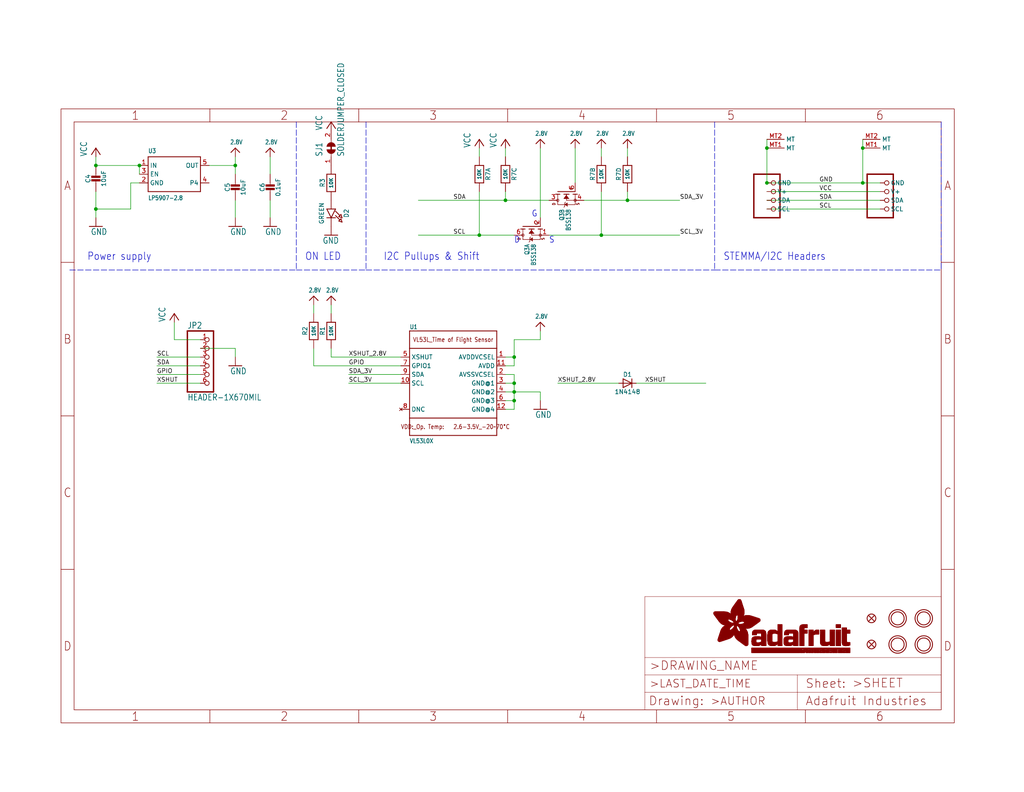
<source format=kicad_sch>
(kicad_sch (version 20211123) (generator eeschema)
  (paper "User" 298.45 231.013)
  (lib_symbols
    (symbol "eagleSchem-eagle-import:2.8V" (power)
      (property "Value" "2.8V" (at -1.524 1.016 0))
      (symbol "2.8V_1_0"
        (pin power_in line (at 0 -2.54 90) (length 2.54) (name "2.8V") (number "1"))
      )
    )
    (symbol "eagleSchem-eagle-import:CAP_CERAMIC0603_NO"
      (property "Reference" "C" (at -2.29 1.25 90))
      (property "Value" "CAP_CERAMIC0603_NO" (at 2.3 1.25 90))
      (symbol "CAP_CERAMIC0603_NO_1_0"
        (pin passive line (at 0 5.08 270) (length 2.54) (name "1") (number "1"))
        (pin passive line (at 0 -2.54 90) (length 2.54) (name "2") (number "2"))
      )
    )
    (symbol "eagleSchem-eagle-import:CAP_CERAMIC0805-NOOUTLINE"
      (property "Reference" "C" (at -2.29 1.25 90))
      (property "Value" "CAP_CERAMIC0805-NOOUTLINE" (at 2.3 1.25 90))
      (symbol "CAP_CERAMIC0805-NOOUTLINE_1_0"
        (pin passive line (at 0 5.08 270) (length 2.54) (name "1") (number "1"))
        (pin passive line (at 0 -2.54 90) (length 2.54) (name "2") (number "2"))
      )
    )
    (symbol "eagleSchem-eagle-import:DIODESOD-323"
      (property "Reference" "D" (at 0 2.54 0))
      (property "Value" "DIODESOD-323" (at 0 -2.5 0))
      (symbol "DIODESOD-323_1_0"
        (pin passive line (at -2.54 0 0) (length 2.54) (name "A") (number "A"))
        (pin passive line (at 2.54 0 180) (length 2.54) (name "C") (number "C"))
      )
    )
    (symbol "eagleSchem-eagle-import:FIDUCIAL_1MM")
    (symbol "eagleSchem-eagle-import:FRAME_A4_ADAFRUIT"
      (symbol "FRAME_A4_ADAFRUIT_0_0"
        (text "1" (at 21.6958 1.905 0) (effects (font (size 2.54 2.286))))
        (text "1" (at 21.6958 177.165 0) (effects (font (size 2.54 2.286))))
        (text "2" (at 65.0875 1.905 0) (effects (font (size 2.54 2.286))))
        (text "2" (at 65.0875 177.165 0) (effects (font (size 2.54 2.286))))
        (text "3" (at 108.4792 1.905 0) (effects (font (size 2.54 2.286))))
        (text "3" (at 108.4792 177.165 0) (effects (font (size 2.54 2.286))))
        (text "4" (at 151.8708 1.905 0) (effects (font (size 2.54 2.286))))
        (text "4" (at 151.8708 177.165 0) (effects (font (size 2.54 2.286))))
        (text "5" (at 195.2625 1.905 0) (effects (font (size 2.54 2.286))))
        (text "5" (at 195.2625 177.165 0) (effects (font (size 2.54 2.286))))
        (text "6" (at 238.6542 1.905 0) (effects (font (size 2.54 2.286))))
        (text "6" (at 238.6542 177.165 0) (effects (font (size 2.54 2.286))))
        (text "A" (at 1.905 156.6863 0) (effects (font (size 2.54 2.286))))
        (text "A" (at 258.445 156.6863 0) (effects (font (size 2.54 2.286))))
        (text "B" (at 1.905 111.9188 0) (effects (font (size 2.54 2.286))))
        (text "B" (at 258.445 111.9188 0) (effects (font (size 2.54 2.286))))
        (text "C" (at 1.905 67.1513 0) (effects (font (size 2.54 2.286))))
        (text "C" (at 258.445 67.1513 0) (effects (font (size 2.54 2.286))))
        (text "D" (at 1.905 22.3838 0) (effects (font (size 2.54 2.286))))
        (text "D" (at 258.445 22.3838 0) (effects (font (size 2.54 2.286))))
      )
      (symbol "FRAME_A4_ADAFRUIT_1_0"
        (text ">AUTHOR" (at 189.23 5.08 0) (effects (font (size 2.286 2.286)) (justify left bottom)))
        (text ">DRAWING_NAME" (at 171.45 15.24 0) (effects (font (size 2.54 2.54)) (justify left bottom)))
        (text ">LAST_DATE_TIME" (at 171.45 10.16 0) (effects (font (size 2.286 2.286)) (justify left bottom)))
        (text ">SHEET" (at 230.505 10.16 0) (effects (font (size 2.54 2.54)) (justify left bottom)))
        (text "Adafruit Industries" (at 216.916 4.953 0) (effects (font (size 2.54 2.54)) (justify left bottom)))
        (text "Drawing:" (at 171.196 4.953 0) (effects (font (size 2.54 2.54)) (justify left bottom)))
        (text "Sheet:" (at 216.916 10.033 0) (effects (font (size 2.54 2.54)) (justify left bottom)))
      )
    )
    (symbol "eagleSchem-eagle-import:GND" (power)
      (property "Value" "GND" (at -2.54 -2.54 0))
      (symbol "GND_1_0"
        (pin power_in line (at 0 2.54 270) (length 2.54) (name "GND") (number "1"))
      )
    )
    (symbol "eagleSchem-eagle-import:HEADER-1X670MIL"
      (property "Reference" "JP" (at -6.35 10.795 0))
      (property "Value" "HEADER-1X670MIL" (at -6.35 -10.16 0))
      (symbol "HEADER-1X670MIL_1_0"
        (pin passive inverted (at -2.54 7.62 0) (length 2.54) (name "1") (number "1"))
        (pin passive inverted (at -2.54 5.08 0) (length 2.54) (name "2") (number "2"))
        (pin passive inverted (at -2.54 2.54 0) (length 2.54) (name "3") (number "3"))
        (pin passive inverted (at -2.54 0 0) (length 2.54) (name "4") (number "4"))
        (pin passive inverted (at -2.54 -2.54 0) (length 2.54) (name "5") (number "5"))
        (pin passive inverted (at -2.54 -5.08 0) (length 2.54) (name "6") (number "6"))
      )
    )
    (symbol "eagleSchem-eagle-import:LED0603_NOOUTLINE"
      (property "Reference" "D" (at -1.27 4.445 0))
      (property "Value" "LED0603_NOOUTLINE" (at -1.27 -2.794 0))
      (symbol "LED0603_NOOUTLINE_1_0"
        (pin passive line (at -5.08 0 0) (length 2.54) (name "A") (number "A"))
        (pin passive line (at 2.54 0 180) (length 2.54) (name "C") (number "C"))
      )
    )
    (symbol "eagleSchem-eagle-import:MOSFET-N_DUAL"
      (property "Reference" "Q" (at 5.08 0.635 0))
      (property "Value" "MOSFET-N_DUAL" (at 5.08 -1.27 0))
      (symbol "MOSFET-N_DUAL_1_0"
        (text "D" (at 3.175 3.175 0) (effects (font (size 0.8128 0.6908)) (justify left bottom)))
        (text "G" (at -1.27 -1.905 0) (effects (font (size 0.8128 0.6908)) (justify left bottom)))
        (text "S" (at 3.175 -3.81 0) (effects (font (size 0.8128 0.6908)) (justify left bottom)))
        (pin bidirectional line (at 2.54 -5.08 90) (length 2.54) (name "S") (number "1"))
        (pin bidirectional line (at -2.54 -2.54 0) (length 2.54) (name "G") (number "2"))
        (pin bidirectional line (at 2.54 5.08 270) (length 2.54) (name "D") (number "6"))
      )
      (symbol "MOSFET-N_DUAL_2_0"
        (text "D" (at 3.175 3.175 0) (effects (font (size 0.8128 0.6908)) (justify left bottom)))
        (text "G" (at -1.27 -1.905 0) (effects (font (size 0.8128 0.6908)) (justify left bottom)))
        (text "S" (at 3.175 -3.81 0) (effects (font (size 0.8128 0.6908)) (justify left bottom)))
        (pin bidirectional line (at 2.54 5.08 270) (length 2.54) (name "D") (number "3"))
        (pin bidirectional line (at 2.54 -5.08 90) (length 2.54) (name "S") (number "4"))
        (pin bidirectional line (at -2.54 -2.54 0) (length 2.54) (name "G") (number "5"))
      )
    )
    (symbol "eagleSchem-eagle-import:MOUNTINGHOLE2.5")
    (symbol "eagleSchem-eagle-import:RESISTOR_0603_NOOUT"
      (property "Reference" "R" (at 0 2.54 0))
      (property "Value" "RESISTOR_0603_NOOUT" (at 0 0 0))
      (symbol "RESISTOR_0603_NOOUT_1_0"
        (pin passive line (at -5.08 0 0) (length 2.54) (name "1") (number "1"))
        (pin passive line (at 5.08 0 180) (length 2.54) (name "2") (number "2"))
      )
    )
    (symbol "eagleSchem-eagle-import:RESISTOR_4PACK"
      (property "Reference" "R" (at 0 2.54 0))
      (property "Value" "RESISTOR_4PACK" (at 0 0 0))
      (symbol "RESISTOR_4PACK_1_0"
        (pin passive line (at -5.08 0 0) (length 2.54) (name "1") (number "1"))
        (pin passive line (at 5.08 0 180) (length 2.54) (name "2") (number "8"))
      )
      (symbol "RESISTOR_4PACK_2_0"
        (pin passive line (at -5.08 0 0) (length 2.54) (name "1") (number "2"))
        (pin passive line (at 5.08 0 180) (length 2.54) (name "2") (number "7"))
      )
      (symbol "RESISTOR_4PACK_3_0"
        (pin passive line (at -5.08 0 0) (length 2.54) (name "1") (number "3"))
        (pin passive line (at 5.08 0 180) (length 2.54) (name "2") (number "6"))
      )
      (symbol "RESISTOR_4PACK_4_0"
        (pin passive line (at -5.08 0 0) (length 2.54) (name "1") (number "4"))
        (pin passive line (at 5.08 0 180) (length 2.54) (name "2") (number "5"))
      )
    )
    (symbol "eagleSchem-eagle-import:SOLDERJUMPER_CLOSED"
      (property "Reference" "SJ" (at -2.54 2.54 0))
      (property "Value" "SOLDERJUMPER_CLOSED" (at -2.54 -3.81 0))
      (symbol "SOLDERJUMPER_CLOSED_1_0"
        (pin passive line (at -5.08 0 0) (length 2.54) (name "1") (number "1"))
        (pin passive line (at 5.08 0 180) (length 2.54) (name "2") (number "2"))
      )
    )
    (symbol "eagleSchem-eagle-import:STEMMA_I2C_QT"
      (symbol "STEMMA_I2C_QT_1_0"
        (pin passive inverted (at 0 5.08 0) (length 2.54) (name "GND") (number "1"))
        (pin passive inverted (at 0 2.54 0) (length 2.54) (name "V+") (number "2"))
        (pin passive inverted (at 0 0 0) (length 2.54) (name "SDA") (number "3"))
        (pin passive inverted (at 0 -2.54 0) (length 2.54) (name "SCL") (number "4"))
      )
      (symbol "STEMMA_I2C_QT_2_0"
        (pin bidirectional line (at 0 0 0) (length 5.08) (name "MT") (number "MT1"))
      )
      (symbol "STEMMA_I2C_QT_3_0"
        (pin bidirectional line (at 0 0 0) (length 5.08) (name "MT") (number "MT2"))
      )
    )
    (symbol "eagleSchem-eagle-import:VCC" (power)
      (property "Value" "VCC" (at -2.54 -2.54 90))
      (symbol "VCC_1_0"
        (pin power_in line (at 0 -2.54 90) (length 2.54) (name "VCC") (number "1"))
      )
    )
    (symbol "eagleSchem-eagle-import:VL53L0X"
      (property "Reference" "U" (at -12.7 15.7226 0))
      (property "Value" "VL53L0X" (at -12.7 -17.5514 0))
      (symbol "VL53L0X_1_0"
        (text "2.6-3.5V_-20~70°C" (at 0 -12.7 0) (effects (font (size 1.27 1.0795)) (justify left)))
        (text "VDD:_Op. Temp:" (at -2.54 -12.7 0) (effects (font (size 1.27 1.0795)) (justify right)))
        (text "VL53L_Time of Flight Sensor" (at 0 12.7 0) (effects (font (size 1.27 1.0795))))
        (pin power_in line (at 15.24 7.62 180) (length 2.54) (name "AVDDVCSEL") (number "1"))
        (pin open_collector line (at -15.24 0 0) (length 2.54) (name "SCL") (number "10"))
        (pin power_in line (at 15.24 5.08 180) (length 2.54) (name "AVDD") (number "11"))
        (pin power_in line (at 15.24 -7.62 180) (length 2.54) (name "GND@4") (number "12"))
        (pin power_in line (at 15.24 2.54 180) (length 2.54) (name "AVSSVCSEL") (number "2"))
        (pin power_in line (at 15.24 0 180) (length 2.54) (name "GND@1") (number "3"))
        (pin power_in line (at 15.24 -2.54 180) (length 2.54) (name "GND@2") (number "4"))
        (pin input line (at -15.24 7.62 0) (length 2.54) (name "XSHUT") (number "5"))
        (pin power_in line (at 15.24 -5.08 180) (length 2.54) (name "GND@3") (number "6"))
        (pin output line (at -15.24 5.08 0) (length 2.54) (name "GPIO1") (number "7"))
        (pin no_connect line (at -15.24 -7.62 0) (length 2.54) (name "DNC") (number "8"))
        (pin open_collector line (at -15.24 2.54 0) (length 2.54) (name "SDA") (number "9"))
      )
    )
    (symbol "eagleSchem-eagle-import:VREG_SOT23-5"
      (property "Reference" "U" (at -7.62 6.096 0))
      (property "Value" "VREG_SOT23-5" (at -7.62 -7.62 0))
      (symbol "VREG_SOT23-5_1_0"
        (pin power_in line (at -10.16 2.54 0) (length 2.54) (name "IN") (number "1"))
        (pin power_in line (at -10.16 -2.54 0) (length 2.54) (name "GND") (number "2"))
        (pin input line (at -10.16 0 0) (length 2.54) (name "EN") (number "3"))
        (pin bidirectional line (at 10.16 -2.54 180) (length 2.54) (name "P4") (number "4"))
        (pin power_in line (at 10.16 2.54 180) (length 2.54) (name "OUT") (number "5"))
      )
    )
  )
  (junction (at 223.52 53.34))
  (junction (at 149.86 116.84))
  (junction (at 68.58 48.26))
  (junction (at 182.88 58.42))
  (junction (at 149.86 111.76))
  (junction (at 147.32 58.42))
  (junction (at 251.46 43.18))
  (junction (at 139.7 68.58))
  (junction (at 175.26 68.58))
  (junction (at 149.86 114.3))
  (junction (at 223.52 43.18))
  (junction (at 40.64 48.26))
  (junction (at 27.94 60.96))
  (junction (at 251.46 53.34))
  (junction (at 149.86 104.14))
  (junction (at 27.94 48.26))
  (wire (pts (xy 27.94 60.96) (xy 27.94 63.5)))
  (wire (pts (xy 96.52 104.14) (xy 96.52 101.6)))
  (wire (pts (xy 68.58 58.42) (xy 68.58 63.5)))
  (wire (pts (xy 68.58 48.26) (xy 68.58 50.8)))
  (wire (pts (xy 60.96 48.26) (xy 68.58 48.26)))
  (wire (pts (xy 175.26 55.88) (xy 175.26 68.58)))
  (wire (pts (xy 147.32 104.14) (xy 149.86 104.14)))
  (wire (pts (xy 149.86 114.3) (xy 157.48 114.3)))
  (wire (pts (xy 38.1 60.96) (xy 27.94 60.96)))
  (wire (pts (xy 160.02 58.42) (xy 147.32 58.42)))
  (polyline (pts (xy 86.36 35.56) (xy 86.36 78.74)))
  (wire (pts (xy 27.94 60.96) (xy 27.94 55.88)))
  (wire (pts (xy 251.46 53.34) (xy 223.52 53.34)))
  (wire (pts (xy 223.52 55.88) (xy 256.54 55.88)))
  (wire (pts (xy 91.44 91.44) (xy 91.44 88.9)))
  (polyline (pts (xy 106.68 35.56) (xy 106.68 78.74)))
  (polyline (pts (xy 274.32 35.56) (xy 274.32 78.74)))
  (wire (pts (xy 223.52 40.64) (xy 223.52 43.18)))
  (wire (pts (xy 58.42 101.6) (xy 68.58 101.6)))
  (wire (pts (xy 91.44 106.68) (xy 91.44 101.6)))
  (wire (pts (xy 147.32 116.84) (xy 149.86 116.84)))
  (wire (pts (xy 182.88 45.72) (xy 182.88 43.18)))
  (wire (pts (xy 50.8 99.06) (xy 50.8 93.98)))
  (wire (pts (xy 149.86 119.38) (xy 149.86 116.84)))
  (wire (pts (xy 38.1 53.34) (xy 38.1 60.96)))
  (wire (pts (xy 40.64 50.8) (xy 40.64 48.26)))
  (wire (pts (xy 149.86 109.22) (xy 149.86 111.76)))
  (wire (pts (xy 157.48 99.06) (xy 157.48 96.52)))
  (polyline (pts (xy 208.28 78.74) (xy 274.32 78.74)))
  (wire (pts (xy 182.88 58.42) (xy 198.12 58.42)))
  (wire (pts (xy 96.52 91.44) (xy 96.52 88.9)))
  (wire (pts (xy 27.94 45.72) (xy 27.94 48.26)))
  (wire (pts (xy 58.42 106.68) (xy 45.72 106.68)))
  (wire (pts (xy 167.64 53.34) (xy 167.64 43.18)))
  (wire (pts (xy 40.64 48.26) (xy 27.94 48.26)))
  (wire (pts (xy 149.86 116.84) (xy 149.86 114.3)))
  (wire (pts (xy 139.7 55.88) (xy 139.7 68.58)))
  (wire (pts (xy 223.52 60.96) (xy 256.54 60.96)))
  (wire (pts (xy 116.84 111.76) (xy 101.6 111.76)))
  (wire (pts (xy 116.84 104.14) (xy 96.52 104.14)))
  (wire (pts (xy 78.74 45.72) (xy 78.74 50.8)))
  (wire (pts (xy 116.84 109.22) (xy 101.6 109.22)))
  (wire (pts (xy 157.48 63.5) (xy 157.48 43.18)))
  (wire (pts (xy 147.32 55.88) (xy 147.32 58.42)))
  (wire (pts (xy 58.42 99.06) (xy 50.8 99.06)))
  (wire (pts (xy 40.64 53.34) (xy 38.1 53.34)))
  (wire (pts (xy 147.32 58.42) (xy 121.92 58.42)))
  (wire (pts (xy 147.32 45.72) (xy 147.32 43.18)))
  (wire (pts (xy 157.48 114.3) (xy 157.48 116.84)))
  (wire (pts (xy 175.26 45.72) (xy 175.26 43.18)))
  (wire (pts (xy 116.84 106.68) (xy 91.44 106.68)))
  (wire (pts (xy 182.88 55.88) (xy 182.88 58.42)))
  (wire (pts (xy 149.86 111.76) (xy 149.86 114.3)))
  (wire (pts (xy 147.32 119.38) (xy 149.86 119.38)))
  (wire (pts (xy 139.7 68.58) (xy 121.92 68.58)))
  (polyline (pts (xy 86.36 78.74) (xy 106.68 78.74)))
  (wire (pts (xy 170.18 58.42) (xy 182.88 58.42)))
  (wire (pts (xy 58.42 111.76) (xy 45.72 111.76)))
  (wire (pts (xy 58.42 109.22) (xy 45.72 109.22)))
  (wire (pts (xy 149.86 106.68) (xy 149.86 104.14)))
  (wire (pts (xy 175.26 68.58) (xy 198.12 68.58)))
  (wire (pts (xy 58.42 104.14) (xy 45.72 104.14)))
  (wire (pts (xy 160.02 68.58) (xy 175.26 68.58)))
  (wire (pts (xy 149.86 104.14) (xy 149.86 99.06)))
  (wire (pts (xy 147.32 109.22) (xy 149.86 109.22)))
  (wire (pts (xy 149.86 68.58) (xy 139.7 68.58)))
  (wire (pts (xy 68.58 48.26) (xy 68.58 45.72)))
  (wire (pts (xy 223.52 43.18) (xy 223.52 53.34)))
  (wire (pts (xy 205.74 111.76) (xy 185.42 111.76)))
  (wire (pts (xy 256.54 53.34) (xy 251.46 53.34)))
  (wire (pts (xy 256.54 58.42) (xy 223.52 58.42)))
  (wire (pts (xy 139.7 43.18) (xy 139.7 45.72)))
  (polyline (pts (xy 208.28 35.56) (xy 208.28 78.74)))
  (wire (pts (xy 149.86 99.06) (xy 157.48 99.06)))
  (wire (pts (xy 180.34 111.76) (xy 162.56 111.76)))
  (wire (pts (xy 78.74 58.42) (xy 78.74 63.5)))
  (wire (pts (xy 147.32 114.3) (xy 149.86 114.3)))
  (wire (pts (xy 251.46 43.18) (xy 251.46 53.34)))
  (wire (pts (xy 147.32 111.76) (xy 149.86 111.76)))
  (wire (pts (xy 68.58 101.6) (xy 68.58 104.14)))
  (polyline (pts (xy 106.68 78.74) (xy 208.28 78.74)))
  (wire (pts (xy 147.32 106.68) (xy 149.86 106.68)))
  (wire (pts (xy 251.46 40.64) (xy 251.46 43.18)))
  (polyline (pts (xy 20.32 78.74) (xy 86.36 78.74)))
  (text "G" (at 154.94 63.5 180) (effects (font (size 1.778 1.5113)) (justify left bottom)))
  (text "I2C Pullups & Shift" (at 111.76 76.2 180) (effects (font (size 2.1844 1.8567)) (justify left bottom)))
  (text "D" (at 149.86 71.12 180) (effects (font (size 1.778 1.5113)) (justify left bottom)))
  (text "S" (at 160.02 71.12 180) (effects (font (size 1.778 1.5113)) (justify left bottom)))
  (text "Power supply" (at 25.4 76.2 180) (effects (font (size 2.1844 1.8567)) (justify left bottom)))
  (text "ON LED" (at 88.9 76.2 180) (effects (font (size 2.1844 1.8567)) (justify left bottom)))
  (text "STEMMA/I2C Headers" (at 210.82 76.2 180) (effects (font (size 2.1844 1.8567)) (justify left bottom)))
  (label "SDA" (at 132.08 58.42 0) (effects (font (size 1.2446 1.2446))))
  (label "GND" (at 238.76 53.34 0) (effects (font (size 1.2446 1.2446))))
  (label "SDA" (at 238.76 58.42 0) (effects (font (size 1.2446 1.2446))))
  (label "SDA_3V" (at 101.6 109.22 0) (effects (font (size 1.2446 1.2446))))
  (label "SCL" (at 132.08 68.58 0) (effects (font (size 1.2446 1.2446))))
  (label "SCL_3V" (at 101.6 111.76 0) (effects (font (size 1.2446 1.2446))))
  (label "SCL_3V" (at 198.12 68.58 0) (effects (font (size 1.2446 1.2446))))
  (label "XSHUT" (at 45.72 111.76 0) (effects (font (size 1.2446 1.2446))))
  (label "SCL" (at 45.72 104.14 0) (effects (font (size 1.2446 1.2446))))
  (label "GPIO" (at 45.72 109.22 0) (effects (font (size 1.2446 1.2446))))
  (label "XSHUT_2.8V" (at 162.56 111.76 0) (effects (font (size 1.2446 1.2446))))
  (label "SDA" (at 45.72 106.68 0) (effects (font (size 1.2446 1.2446))))
  (label "SCL" (at 238.76 60.96 0) (effects (font (size 1.2446 1.2446))))
  (label "XSHUT" (at 187.96 111.76 0) (effects (font (size 1.2446 1.2446))))
  (label "XSHUT_2.8V" (at 101.6 104.14 0) (effects (font (size 1.2446 1.2446))))
  (label "GPIO" (at 101.6 106.68 0) (effects (font (size 1.2446 1.2446))))
  (label "VCC" (at 238.76 55.88 0) (effects (font (size 1.2446 1.2446))))
  (label "SDA_3V" (at 198.12 58.42 0) (effects (font (size 1.2446 1.2446))))
  (symbol (lib_id "eagleSchem-eagle-import:FIDUCIAL_1MM") (at 254 180.34 0) (unit 1)
    (property "Reference" "FID4" (effects hide))
    (property "Value" "FIDUCIAL_1MM" (effects hide))
    (property "Footprint" "eagleSchem:FIDUCIAL_1MM" (effects hide))
  )
  (symbol (lib_id "eagleSchem-eagle-import:GND") (at 157.48 119.38 0) (unit 1)
    (property "Reference" "#U$4" (effects hide))
    (property "Value" "GND" (at 155.956 121.92 0) (effects (font (size 1.778 1.5113)) (justify left bottom)))
    (property "Footprint" "eagleSchem:" (effects hide))
  )
  (symbol (lib_id "eagleSchem-eagle-import:2.8V") (at 78.74 43.18 0) (unit 1)
    (property "Reference" "#U$40" (effects hide))
    (property "Value" "2.8V" (at 77.216 42.164 0) (effects (font (size 1.27 1.0795)) (justify left bottom)))
    (property "Footprint" "eagleSchem:" (effects hide))
  )
  (symbol (lib_id "eagleSchem-eagle-import:RESISTOR_4PACK") (at 182.88 50.8 90) (mirror x) (unit 4)
    (property "Reference" "R7" (at 180.34 50.8 0))
    (property "Value" "10K" (at 182.88 50.8 0) (effects (font (size 1.016 1.016) bold)))
    (property "Footprint" "eagleSchem:RESPACK_4X0603" (effects hide))
  )
  (symbol (lib_id "eagleSchem-eagle-import:RESISTOR_0603_NOOUT") (at 96.52 96.52 90) (unit 1)
    (property "Reference" "R1" (at 93.98 96.52 0))
    (property "Value" "10K" (at 96.52 96.52 0) (effects (font (size 1.016 1.016) bold)))
    (property "Footprint" "eagleSchem:0603-NO" (effects hide))
  )
  (symbol (lib_id "eagleSchem-eagle-import:STEMMA_I2C_QT") (at 223.52 58.42 0) (unit 1)
    (property "Reference" "CONN3" (effects hide))
    (property "Value" "STEMMA_I2C_QT" (effects hide))
    (property "Footprint" "eagleSchem:JST_SH4" (effects hide))
  )
  (symbol (lib_id "eagleSchem-eagle-import:2.8V") (at 175.26 40.64 0) (unit 1)
    (property "Reference" "#U$26" (effects hide))
    (property "Value" "2.8V" (at 173.736 39.624 0) (effects (font (size 1.27 1.0795)) (justify left bottom)))
    (property "Footprint" "eagleSchem:" (effects hide))
  )
  (symbol (lib_id "eagleSchem-eagle-import:CAP_CERAMIC0805-NOOUTLINE") (at 68.58 55.88 0) (unit 1)
    (property "Reference" "C5" (at 66.29 54.63 90))
    (property "Value" "10uF" (at 70.88 54.63 90))
    (property "Footprint" "eagleSchem:0805-NO" (effects hide))
  )
  (symbol (lib_id "eagleSchem-eagle-import:LED0603_NOOUTLINE") (at 96.52 63.5 270) (unit 1)
    (property "Reference" "D2" (at 100.965 62.23 0))
    (property "Value" "GREEN" (at 93.726 62.23 0))
    (property "Footprint" "eagleSchem:CHIPLED_0603_NOOUTLINE" (effects hide))
  )
  (symbol (lib_id "eagleSchem-eagle-import:2.8V") (at 96.52 86.36 0) (unit 1)
    (property "Reference" "#U$10" (effects hide))
    (property "Value" "2.8V" (at 94.996 85.344 0) (effects (font (size 1.27 1.0795)) (justify left bottom)))
    (property "Footprint" "eagleSchem:" (effects hide))
  )
  (symbol (lib_id "eagleSchem-eagle-import:STEMMA_I2C_QT") (at 223.52 40.64 0) (unit 3)
    (property "Reference" "CONN3" (effects hide))
    (property "Value" "STEMMA_I2C_QT" (effects hide))
    (property "Footprint" "eagleSchem:JST_SH4" (effects hide))
  )
  (symbol (lib_id "eagleSchem-eagle-import:STEMMA_I2C_QT") (at 251.46 40.64 0) (unit 3)
    (property "Reference" "CONN4" (effects hide))
    (property "Value" "STEMMA_I2C_QT" (effects hide))
    (property "Footprint" "eagleSchem:JST_SH4" (effects hide))
  )
  (symbol (lib_id "eagleSchem-eagle-import:MOUNTINGHOLE2.5") (at 269.24 187.96 0) (unit 1)
    (property "Reference" "U$34" (effects hide))
    (property "Value" "MOUNTINGHOLE2.5" (effects hide))
    (property "Footprint" "eagleSchem:MOUNTINGHOLE_2.5_PLATED" (effects hide))
  )
  (symbol (lib_id "eagleSchem-eagle-import:VCC") (at 96.52 35.56 0) (unit 1)
    (property "Reference" "#P+5" (effects hide))
    (property "Value" "VCC" (at 93.98 38.1 90) (effects (font (size 1.778 1.5113)) (justify left bottom)))
    (property "Footprint" "eagleSchem:" (effects hide))
  )
  (symbol (lib_id "eagleSchem-eagle-import:RESISTOR_0603_NOOUT") (at 91.44 96.52 90) (unit 1)
    (property "Reference" "R2" (at 88.9 96.52 0))
    (property "Value" "10K" (at 91.44 96.52 0) (effects (font (size 1.016 1.016) bold)))
    (property "Footprint" "eagleSchem:0603-NO" (effects hide))
  )
  (symbol (lib_id "eagleSchem-eagle-import:CAP_CERAMIC0805-NOOUTLINE") (at 27.94 53.34 0) (unit 1)
    (property "Reference" "C4" (at 25.65 52.09 90))
    (property "Value" "10uF" (at 30.24 52.09 90))
    (property "Footprint" "eagleSchem:0805-NO" (effects hide))
  )
  (symbol (lib_id "eagleSchem-eagle-import:GND") (at 68.58 66.04 0) (unit 1)
    (property "Reference" "#U$20" (effects hide))
    (property "Value" "GND" (at 67.056 68.58 0) (effects (font (size 1.778 1.5113)) (justify left bottom)))
    (property "Footprint" "eagleSchem:" (effects hide))
  )
  (symbol (lib_id "eagleSchem-eagle-import:VL53L0X") (at 132.08 111.76 0) (unit 1)
    (property "Reference" "U1" (at 119.38 96.0374 0) (effects (font (size 1.27 1.0795)) (justify left bottom)))
    (property "Value" "VL53L0X" (at 119.38 129.3114 0) (effects (font (size 1.27 1.0795)) (justify left bottom)))
    (property "Footprint" "eagleSchem:LGA12_ST" (effects hide))
  )
  (symbol (lib_id "eagleSchem-eagle-import:RESISTOR_4PACK") (at 147.32 50.8 270) (unit 3)
    (property "Reference" "R7" (at 149.86 50.8 0))
    (property "Value" "10K" (at 147.32 50.8 0) (effects (font (size 1.016 1.016) bold)))
    (property "Footprint" "eagleSchem:RESPACK_4X0603" (effects hide))
  )
  (symbol (lib_id "eagleSchem-eagle-import:MOSFET-N_DUAL") (at 154.94 66.04 90) (mirror x) (unit 1)
    (property "Reference" "Q3" (at 154.305 71.12 0) (effects (font (size 1.27 1.0795)) (justify left bottom)))
    (property "Value" "BSS138" (at 156.21 71.12 0) (effects (font (size 1.27 1.0795)) (justify left bottom)))
    (property "Footprint" "eagleSchem:SOT363" (effects hide))
  )
  (symbol (lib_id "eagleSchem-eagle-import:SOLDERJUMPER_CLOSED") (at 96.52 43.18 90) (unit 1)
    (property "Reference" "SJ1" (at 93.98 45.72 0) (effects (font (size 1.778 1.5113)) (justify left bottom)))
    (property "Value" "SOLDERJUMPER_CLOSED" (at 100.33 45.72 0) (effects (font (size 1.778 1.5113)) (justify left bottom)))
    (property "Footprint" "eagleSchem:SOLDERJUMPER_CLOSEDWIRE" (effects hide))
  )
  (symbol (lib_id "eagleSchem-eagle-import:VREG_SOT23-5") (at 50.8 50.8 0) (unit 1)
    (property "Reference" "U3" (at 43.18 44.704 0) (effects (font (size 1.27 1.0795)) (justify left bottom)))
    (property "Value" "LP5907-2.8" (at 43.18 58.42 0) (effects (font (size 1.27 1.0795)) (justify left bottom)))
    (property "Footprint" "eagleSchem:SOT23-5" (effects hide))
  )
  (symbol (lib_id "eagleSchem-eagle-import:MOSFET-N_DUAL") (at 165.1 55.88 90) (mirror x) (unit 2)
    (property "Reference" "Q3" (at 164.465 60.96 0) (effects (font (size 1.27 1.0795)) (justify left bottom)))
    (property "Value" "BSS138" (at 166.37 60.96 0) (effects (font (size 1.27 1.0795)) (justify left bottom)))
    (property "Footprint" "eagleSchem:SOT363" (effects hide))
  )
  (symbol (lib_id "eagleSchem-eagle-import:2.8V") (at 91.44 86.36 0) (unit 1)
    (property "Reference" "#U$9" (effects hide))
    (property "Value" "2.8V" (at 89.916 85.344 0) (effects (font (size 1.27 1.0795)) (justify left bottom)))
    (property "Footprint" "eagleSchem:" (effects hide))
  )
  (symbol (lib_id "eagleSchem-eagle-import:2.8V") (at 157.48 93.98 0) (unit 1)
    (property "Reference" "#U$16" (effects hide))
    (property "Value" "2.8V" (at 155.956 92.964 0) (effects (font (size 1.27 1.0795)) (justify left bottom)))
    (property "Footprint" "eagleSchem:" (effects hide))
  )
  (symbol (lib_id "eagleSchem-eagle-import:STEMMA_I2C_QT") (at 223.52 43.18 0) (unit 2)
    (property "Reference" "CONN3" (effects hide))
    (property "Value" "STEMMA_I2C_QT" (effects hide))
    (property "Footprint" "eagleSchem:JST_SH4" (effects hide))
  )
  (symbol (lib_id "eagleSchem-eagle-import:2.8V") (at 182.88 40.64 0) (unit 1)
    (property "Reference" "#U$27" (effects hide))
    (property "Value" "2.8V" (at 181.356 39.624 0) (effects (font (size 1.27 1.0795)) (justify left bottom)))
    (property "Footprint" "eagleSchem:" (effects hide))
  )
  (symbol (lib_id "eagleSchem-eagle-import:VCC") (at 27.94 43.18 0) (unit 1)
    (property "Reference" "#P+3" (effects hide))
    (property "Value" "VCC" (at 25.4 45.72 90) (effects (font (size 1.778 1.5113)) (justify left bottom)))
    (property "Footprint" "eagleSchem:" (effects hide))
  )
  (symbol (lib_id "eagleSchem-eagle-import:MOUNTINGHOLE2.5") (at 261.62 187.96 0) (unit 1)
    (property "Reference" "U$30" (effects hide))
    (property "Value" "MOUNTINGHOLE2.5" (effects hide))
    (property "Footprint" "eagleSchem:MOUNTINGHOLE_2.5_PLATED" (effects hide))
  )
  (symbol (lib_id "eagleSchem-eagle-import:FRAME_A4_ADAFRUIT") (at 17.78 210.82 0) (unit 1)
    (property "Reference" "#U$32" (effects hide))
    (property "Value" "FRAME_A4_ADAFRUIT" (effects hide))
    (property "Footprint" "eagleSchem:" (effects hide))
  )
  (symbol (lib_id "eagleSchem-eagle-import:GND") (at 96.52 68.58 0) (unit 1)
    (property "Reference" "#GND6" (effects hide))
    (property "Value" "GND" (at 93.98 71.12 0) (effects (font (size 1.778 1.5113)) (justify left bottom)))
    (property "Footprint" "eagleSchem:" (effects hide))
  )
  (symbol (lib_id "eagleSchem-eagle-import:RESISTOR_0603_NOOUT") (at 96.52 53.34 90) (unit 1)
    (property "Reference" "R3" (at 93.98 53.34 0))
    (property "Value" "10K" (at 96.52 53.34 0) (effects (font (size 1.016 1.016) bold)))
    (property "Footprint" "eagleSchem:0603-NO" (effects hide))
  )
  (symbol (lib_id "eagleSchem-eagle-import:2.8V") (at 157.48 40.64 0) (unit 1)
    (property "Reference" "#U$24" (effects hide))
    (property "Value" "2.8V" (at 155.956 39.624 0) (effects (font (size 1.27 1.0795)) (justify left bottom)))
    (property "Footprint" "eagleSchem:" (effects hide))
  )
  (symbol (lib_id "eagleSchem-eagle-import:RESISTOR_4PACK") (at 139.7 50.8 270) (unit 1)
    (property "Reference" "R7" (at 142.24 50.8 0))
    (property "Value" "10K" (at 139.7 50.8 0) (effects (font (size 1.016 1.016) bold)))
    (property "Footprint" "eagleSchem:RESPACK_4X0603" (effects hide))
  )
  (symbol (lib_id "eagleSchem-eagle-import:STEMMA_I2C_QT") (at 251.46 43.18 0) (unit 2)
    (property "Reference" "CONN4" (effects hide))
    (property "Value" "STEMMA_I2C_QT" (effects hide))
    (property "Footprint" "eagleSchem:JST_SH4" (effects hide))
  )
  (symbol (lib_id "eagleSchem-eagle-import:CAP_CERAMIC0603_NO") (at 78.74 55.88 0) (unit 1)
    (property "Reference" "C6" (at 76.45 54.63 90))
    (property "Value" "0.1uF" (at 81.04 54.63 90))
    (property "Footprint" "eagleSchem:0603-NO" (effects hide))
  )
  (symbol (lib_id "eagleSchem-eagle-import:HEADER-1X670MIL") (at 60.96 106.68 0) (unit 1)
    (property "Reference" "JP2" (at 54.61 95.885 0) (effects (font (size 1.778 1.5113)) (justify left bottom)))
    (property "Value" "HEADER-1X670MIL" (at 54.61 116.84 0) (effects (font (size 1.778 1.5113)) (justify left bottom)))
    (property "Footprint" "eagleSchem:1X06_ROUND_70" (effects hide))
  )
  (symbol (lib_id "eagleSchem-eagle-import:VCC") (at 139.7 40.64 0) (unit 1)
    (property "Reference" "#P+1" (effects hide))
    (property "Value" "VCC" (at 137.16 43.18 90) (effects (font (size 1.778 1.5113)) (justify left bottom)))
    (property "Footprint" "eagleSchem:" (effects hide))
  )
  (symbol (lib_id "eagleSchem-eagle-import:RESISTOR_4PACK") (at 175.26 50.8 90) (mirror x) (unit 2)
    (property "Reference" "R7" (at 172.72 50.8 0))
    (property "Value" "10K" (at 175.26 50.8 0) (effects (font (size 1.016 1.016) bold)))
    (property "Footprint" "eagleSchem:RESPACK_4X0603" (effects hide))
  )
  (symbol (lib_id "eagleSchem-eagle-import:VCC") (at 50.8 91.44 0) (unit 1)
    (property "Reference" "#P+4" (effects hide))
    (property "Value" "VCC" (at 48.26 93.98 90) (effects (font (size 1.778 1.5113)) (justify left bottom)))
    (property "Footprint" "eagleSchem:" (effects hide))
  )
  (symbol (lib_id "eagleSchem-eagle-import:2.8V") (at 167.64 40.64 0) (unit 1)
    (property "Reference" "#U$25" (effects hide))
    (property "Value" "2.8V" (at 166.116 39.624 0) (effects (font (size 1.27 1.0795)) (justify left bottom)))
    (property "Footprint" "eagleSchem:" (effects hide))
  )
  (symbol (lib_id "eagleSchem-eagle-import:VCC") (at 147.32 40.64 0) (unit 1)
    (property "Reference" "#P+2" (effects hide))
    (property "Value" "VCC" (at 144.78 43.18 90) (effects (font (size 1.778 1.5113)) (justify left bottom)))
    (property "Footprint" "eagleSchem:" (effects hide))
  )
  (symbol (lib_id "eagleSchem-eagle-import:FIDUCIAL_1MM") (at 254 187.96 0) (unit 1)
    (property "Reference" "FID1" (effects hide))
    (property "Value" "FIDUCIAL_1MM" (effects hide))
    (property "Footprint" "eagleSchem:FIDUCIAL_1MM" (effects hide))
  )
  (symbol (lib_id "eagleSchem-eagle-import:MOUNTINGHOLE2.5") (at 269.24 180.34 0) (unit 1)
    (property "Reference" "U$33" (effects hide))
    (property "Value" "MOUNTINGHOLE2.5" (effects hide))
    (property "Footprint" "eagleSchem:MOUNTINGHOLE_2.5_PLATED" (effects hide))
  )
  (symbol (lib_id "eagleSchem-eagle-import:GND") (at 27.94 66.04 0) (unit 1)
    (property "Reference" "#U$19" (effects hide))
    (property "Value" "GND" (at 26.416 68.58 0) (effects (font (size 1.778 1.5113)) (justify left bottom)))
    (property "Footprint" "eagleSchem:" (effects hide))
  )
  (symbol (lib_id "eagleSchem-eagle-import:GND") (at 68.58 106.68 0) (unit 1)
    (property "Reference" "#U$22" (effects hide))
    (property "Value" "GND" (at 67.056 109.22 0) (effects (font (size 1.778 1.5113)) (justify left bottom)))
    (property "Footprint" "eagleSchem:" (effects hide))
  )
  (symbol (lib_id "eagleSchem-eagle-import:MOUNTINGHOLE2.5") (at 261.62 180.34 0) (unit 1)
    (property "Reference" "U$31" (effects hide))
    (property "Value" "MOUNTINGHOLE2.5" (effects hide))
    (property "Footprint" "eagleSchem:MOUNTINGHOLE_2.5_PLATED" (effects hide))
  )
  (symbol (lib_id "eagleSchem-eagle-import:STEMMA_I2C_QT") (at 256.54 58.42 0) (unit 1)
    (property "Reference" "CONN4" (effects hide))
    (property "Value" "STEMMA_I2C_QT" (effects hide))
    (property "Footprint" "eagleSchem:JST_SH4" (effects hide))
  )
  (symbol (lib_id "eagleSchem-eagle-import:GND") (at 78.74 66.04 0) (unit 1)
    (property "Reference" "#U$21" (effects hide))
    (property "Value" "GND" (at 77.216 68.58 0) (effects (font (size 1.778 1.5113)) (justify left bottom)))
    (property "Footprint" "eagleSchem:" (effects hide))
  )
  (symbol (lib_id "eagleSchem-eagle-import:2.8V") (at 68.58 43.18 0) (unit 1)
    (property "Reference" "#U$23" (effects hide))
    (property "Value" "2.8V" (at 67.056 42.164 0) (effects (font (size 1.27 1.0795)) (justify left bottom)))
    (property "Footprint" "eagleSchem:" (effects hide))
  )
  (symbol (lib_id "eagleSchem-eagle-import:DIODESOD-323") (at 182.88 111.76 0) (unit 1)
    (property "Reference" "D1" (at 182.88 109.22 0))
    (property "Value" "1N4148" (at 182.88 114.26 0))
    (property "Footprint" "eagleSchem:SOD-323" (effects hide))
  )
)
</source>
